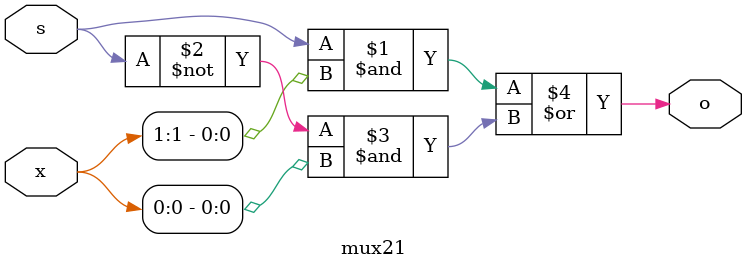
<source format=v>
module mux21 (input [1:0] x, input s, output o);
    assign o = (s & x[1]) | ((~s) & x[0]);
endmodule

</source>
